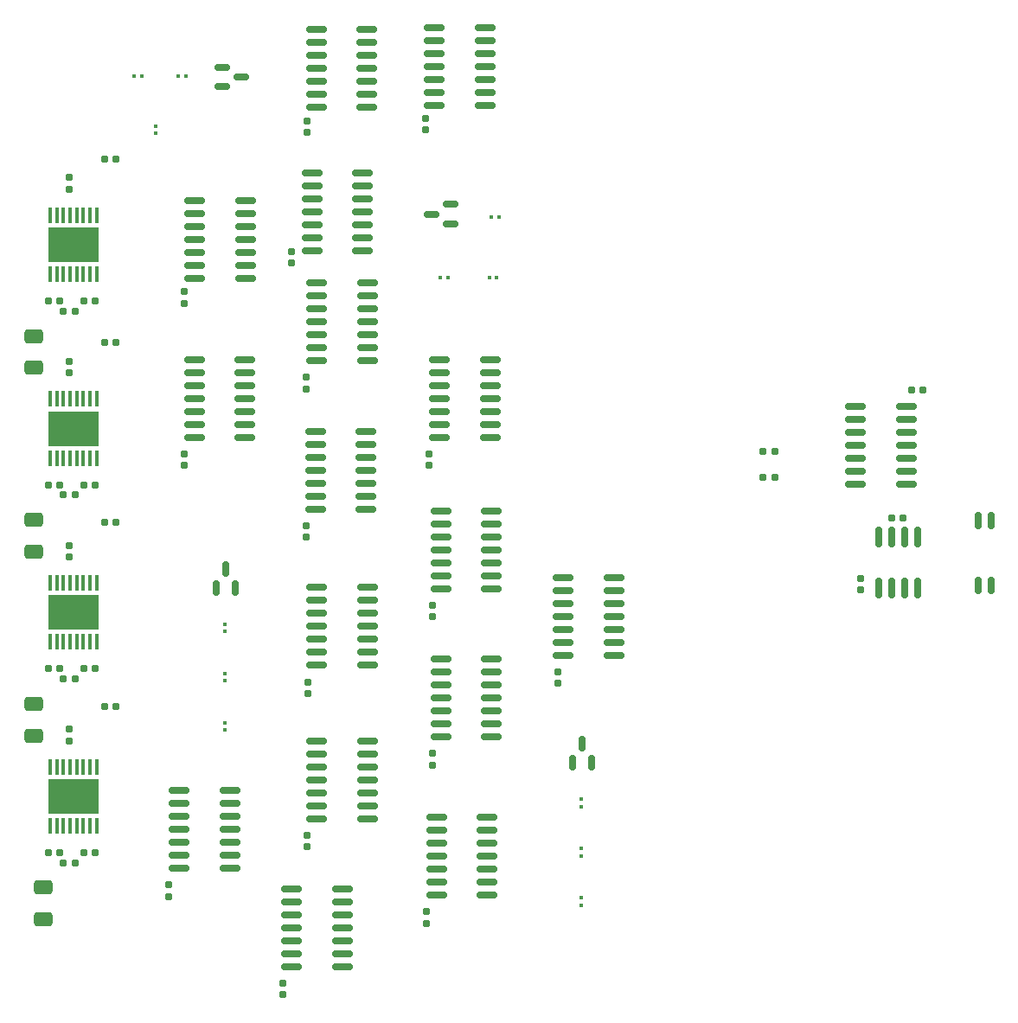
<source format=gbr>
%TF.GenerationSoftware,KiCad,Pcbnew,8.0.2*%
%TF.CreationDate,2024-05-09T00:32:42-05:00*%
%TF.ProjectId,LCC_Booster,4c43435f-426f-46f7-9374-65722e6b6963,rev?*%
%TF.SameCoordinates,Original*%
%TF.FileFunction,Paste,Top*%
%TF.FilePolarity,Positive*%
%FSLAX46Y46*%
G04 Gerber Fmt 4.6, Leading zero omitted, Abs format (unit mm)*
G04 Created by KiCad (PCBNEW 8.0.2) date 2024-05-09 00:32:42*
%MOMM*%
%LPD*%
G01*
G04 APERTURE LIST*
G04 Aperture macros list*
%AMRoundRect*
0 Rectangle with rounded corners*
0 $1 Rounding radius*
0 $2 $3 $4 $5 $6 $7 $8 $9 X,Y pos of 4 corners*
0 Add a 4 corners polygon primitive as box body*
4,1,4,$2,$3,$4,$5,$6,$7,$8,$9,$2,$3,0*
0 Add four circle primitives for the rounded corners*
1,1,$1+$1,$2,$3*
1,1,$1+$1,$4,$5*
1,1,$1+$1,$6,$7*
1,1,$1+$1,$8,$9*
0 Add four rect primitives between the rounded corners*
20,1,$1+$1,$2,$3,$4,$5,0*
20,1,$1+$1,$4,$5,$6,$7,0*
20,1,$1+$1,$6,$7,$8,$9,0*
20,1,$1+$1,$8,$9,$2,$3,0*%
G04 Aperture macros list end*
%ADD10C,0.000000*%
%ADD11RoundRect,0.155000X-0.212500X-0.155000X0.212500X-0.155000X0.212500X0.155000X-0.212500X0.155000X0*%
%ADD12RoundRect,0.155000X0.155000X-0.212500X0.155000X0.212500X-0.155000X0.212500X-0.155000X-0.212500X0*%
%ADD13RoundRect,0.150000X0.825000X0.150000X-0.825000X0.150000X-0.825000X-0.150000X0.825000X-0.150000X0*%
%ADD14RoundRect,0.155000X-0.155000X0.212500X-0.155000X-0.212500X0.155000X-0.212500X0.155000X0.212500X0*%
%ADD15RoundRect,0.155000X0.212500X0.155000X-0.212500X0.155000X-0.212500X-0.155000X0.212500X-0.155000X0*%
%ADD16RoundRect,0.250000X-0.650000X0.412500X-0.650000X-0.412500X0.650000X-0.412500X0.650000X0.412500X0*%
%ADD17RoundRect,0.067500X-0.137500X-0.067500X0.137500X-0.067500X0.137500X0.067500X-0.137500X0.067500X0*%
%ADD18RoundRect,0.067500X0.137500X0.067500X-0.137500X0.067500X-0.137500X-0.067500X0.137500X-0.067500X0*%
%ADD19RoundRect,0.067500X0.067500X-0.137500X0.067500X0.137500X-0.067500X0.137500X-0.067500X-0.137500X0*%
%ADD20RoundRect,0.150000X-0.150000X0.825000X-0.150000X-0.825000X0.150000X-0.825000X0.150000X0.825000X0*%
%ADD21R,0.449999X1.500000*%
%ADD22R,5.000000X3.400001*%
%ADD23RoundRect,0.067500X-0.067500X0.137500X-0.067500X-0.137500X0.067500X-0.137500X0.067500X0.137500X0*%
%ADD24RoundRect,0.150000X0.150000X-0.587500X0.150000X0.587500X-0.150000X0.587500X-0.150000X-0.587500X0*%
%ADD25RoundRect,0.150000X0.150000X-0.662500X0.150000X0.662500X-0.150000X0.662500X-0.150000X-0.662500X0*%
%ADD26RoundRect,0.150000X0.587500X0.150000X-0.587500X0.150000X-0.587500X-0.150000X0.587500X-0.150000X0*%
%ADD27RoundRect,0.150000X-0.587500X-0.150000X0.587500X-0.150000X0.587500X0.150000X-0.587500X0.150000X0*%
%ADD28RoundRect,0.150000X-0.825000X-0.150000X0.825000X-0.150000X0.825000X0.150000X-0.825000X0.150000X0*%
G04 APERTURE END LIST*
D10*
%TO.C,U21*%
G36*
X41155399Y-96520945D02*
G01*
X41164629Y-96523744D01*
X41173133Y-96528290D01*
X41180591Y-96534409D01*
X41186710Y-96541867D01*
X41191256Y-96550371D01*
X41194055Y-96559601D01*
X41195000Y-96569200D01*
X41195000Y-98930800D01*
X41194055Y-98940399D01*
X41191256Y-98949629D01*
X41186710Y-98958133D01*
X41180591Y-98965591D01*
X41173133Y-98971710D01*
X41164629Y-98976256D01*
X41155399Y-98979055D01*
X41145800Y-98980000D01*
X37694200Y-98980000D01*
X37684601Y-98979055D01*
X37675371Y-98976256D01*
X37666867Y-98971710D01*
X37659409Y-98965591D01*
X37653290Y-98958133D01*
X37648744Y-98949629D01*
X37645945Y-98940399D01*
X37645000Y-98930800D01*
X37645000Y-96569200D01*
X37645945Y-96559601D01*
X37648744Y-96550371D01*
X37653290Y-96541867D01*
X37659409Y-96534409D01*
X37666867Y-96528290D01*
X37675371Y-96523744D01*
X37684601Y-96520945D01*
X37694200Y-96520000D01*
X41145800Y-96520000D01*
X41155399Y-96520945D01*
G37*
%TO.C,U6*%
G36*
X41155399Y-42520945D02*
G01*
X41164629Y-42523744D01*
X41173133Y-42528290D01*
X41180591Y-42534409D01*
X41186710Y-42541867D01*
X41191256Y-42550371D01*
X41194055Y-42559601D01*
X41195000Y-42569200D01*
X41195000Y-44930800D01*
X41194055Y-44940399D01*
X41191256Y-44949629D01*
X41186710Y-44958133D01*
X41180591Y-44965591D01*
X41173133Y-44971710D01*
X41164629Y-44976256D01*
X41155399Y-44979055D01*
X41145800Y-44980000D01*
X37694200Y-44980000D01*
X37684601Y-44979055D01*
X37675371Y-44976256D01*
X37666867Y-44971710D01*
X37659409Y-44965591D01*
X37653290Y-44958133D01*
X37648744Y-44949629D01*
X37645945Y-44940399D01*
X37645000Y-44930800D01*
X37645000Y-42569200D01*
X37645945Y-42559601D01*
X37648744Y-42550371D01*
X37653290Y-42541867D01*
X37659409Y-42534409D01*
X37666867Y-42528290D01*
X37675371Y-42523744D01*
X37684601Y-42520945D01*
X37694200Y-42520000D01*
X41145800Y-42520000D01*
X41155399Y-42520945D01*
G37*
%TO.C,U16*%
G36*
X41155399Y-78520945D02*
G01*
X41164629Y-78523744D01*
X41173133Y-78528290D01*
X41180591Y-78534409D01*
X41186710Y-78541867D01*
X41191256Y-78550371D01*
X41194055Y-78559601D01*
X41195000Y-78569200D01*
X41195000Y-80930800D01*
X41194055Y-80940399D01*
X41191256Y-80949629D01*
X41186710Y-80958133D01*
X41180591Y-80965591D01*
X41173133Y-80971710D01*
X41164629Y-80976256D01*
X41155399Y-80979055D01*
X41145800Y-80980000D01*
X37694200Y-80980000D01*
X37684601Y-80979055D01*
X37675371Y-80976256D01*
X37666867Y-80971710D01*
X37659409Y-80965591D01*
X37653290Y-80958133D01*
X37648744Y-80949629D01*
X37645945Y-80940399D01*
X37645000Y-80930800D01*
X37645000Y-78569200D01*
X37645945Y-78559601D01*
X37648744Y-78550371D01*
X37653290Y-78541867D01*
X37659409Y-78534409D01*
X37666867Y-78528290D01*
X37675371Y-78523744D01*
X37684601Y-78520945D01*
X37694200Y-78520000D01*
X41145800Y-78520000D01*
X41155399Y-78520945D01*
G37*
%TO.C,U11*%
G36*
X41155399Y-60520945D02*
G01*
X41164629Y-60523744D01*
X41173133Y-60528290D01*
X41180591Y-60534409D01*
X41186710Y-60541867D01*
X41191256Y-60550371D01*
X41194055Y-60559601D01*
X41195000Y-60569200D01*
X41195000Y-62930800D01*
X41194055Y-62940399D01*
X41191256Y-62949629D01*
X41186710Y-62958133D01*
X41180591Y-62965591D01*
X41173133Y-62971710D01*
X41164629Y-62976256D01*
X41155399Y-62979055D01*
X41145800Y-62980000D01*
X37694200Y-62980000D01*
X37684601Y-62979055D01*
X37675371Y-62976256D01*
X37666867Y-62971710D01*
X37659409Y-62965591D01*
X37653290Y-62958133D01*
X37648744Y-62949629D01*
X37645945Y-62940399D01*
X37645000Y-62930800D01*
X37645000Y-60569200D01*
X37645945Y-60559601D01*
X37648744Y-60550371D01*
X37653290Y-60541867D01*
X37659409Y-60534409D01*
X37666867Y-60528290D01*
X37675371Y-60523744D01*
X37684601Y-60520945D01*
X37694200Y-60520000D01*
X41145800Y-60520000D01*
X41155399Y-60520945D01*
G37*
%TD*%
D11*
%TO.C,C40*%
X42432500Y-88950000D03*
X43567500Y-88950000D03*
%TD*%
D12*
%TO.C,C42*%
X116500000Y-77567500D03*
X116500000Y-76432500D03*
%TD*%
D13*
%TO.C,U4*%
X68150000Y-30310000D03*
X68150000Y-29040000D03*
X68150000Y-27770000D03*
X68150000Y-26500000D03*
X68150000Y-25230000D03*
X68150000Y-23960000D03*
X68150000Y-22690000D03*
X63200000Y-22690000D03*
X63200000Y-23960000D03*
X63200000Y-25230000D03*
X63200000Y-26500000D03*
X63200000Y-27770000D03*
X63200000Y-29040000D03*
X63200000Y-30310000D03*
%TD*%
D14*
%TO.C,C12*%
X74225000Y-64242500D03*
X74225000Y-65377500D03*
%TD*%
D15*
%TO.C,C20*%
X43567500Y-53350000D03*
X42432500Y-53350000D03*
%TD*%
D16*
%TO.C,C27*%
X36500000Y-106687500D03*
X36500000Y-109812500D03*
%TD*%
D12*
%TO.C,C21*%
X39000000Y-74317500D03*
X39000000Y-73182500D03*
%TD*%
D13*
%TO.C,U3*%
X67725000Y-44310000D03*
X67725000Y-43040000D03*
X67725000Y-41770000D03*
X67725000Y-40500000D03*
X67725000Y-39230000D03*
X67725000Y-37960000D03*
X67725000Y-36690000D03*
X62775000Y-36690000D03*
X62775000Y-37960000D03*
X62775000Y-39230000D03*
X62775000Y-40500000D03*
X62775000Y-41770000D03*
X62775000Y-43040000D03*
X62775000Y-44310000D03*
%TD*%
%TO.C,U7*%
X80200000Y-62620000D03*
X80200000Y-61350000D03*
X80200000Y-60080000D03*
X80200000Y-58810000D03*
X80200000Y-57540000D03*
X80200000Y-56270000D03*
X80200000Y-55000000D03*
X75250000Y-55000000D03*
X75250000Y-56270000D03*
X75250000Y-57540000D03*
X75250000Y-58810000D03*
X75250000Y-60080000D03*
X75250000Y-61350000D03*
X75250000Y-62620000D03*
%TD*%
D17*
%TO.C,R2*%
X45387500Y-27250000D03*
X46112500Y-27250000D03*
%TD*%
D16*
%TO.C,C17*%
X35500000Y-70687500D03*
X35500000Y-73812500D03*
%TD*%
D18*
%TO.C,R4*%
X81052500Y-41000000D03*
X80327500Y-41000000D03*
%TD*%
D11*
%TO.C,C43*%
X119500000Y-70500000D03*
X120635000Y-70500000D03*
%TD*%
D19*
%TO.C,R7*%
X54250000Y-91257500D03*
X54250000Y-90532500D03*
%TD*%
D20*
%TO.C,U23*%
X122060000Y-72385300D03*
X120790000Y-72385300D03*
X119520000Y-72385300D03*
X118250000Y-72385300D03*
X118250000Y-77335300D03*
X119520000Y-77335300D03*
X120790000Y-77335300D03*
X122060000Y-77335300D03*
%TD*%
D14*
%TO.C,C13*%
X62225000Y-71242500D03*
X62225000Y-72377500D03*
%TD*%
D21*
%TO.C,U21*%
X41694999Y-94850001D03*
X41044998Y-94850001D03*
X40394999Y-94850001D03*
X39744998Y-94850001D03*
X39094999Y-94850001D03*
X38444998Y-94850001D03*
X37794999Y-94850001D03*
X37144998Y-94850001D03*
X37144998Y-100649999D03*
X37794999Y-100649999D03*
X38444998Y-100649999D03*
X39094999Y-100649999D03*
X39744998Y-100649999D03*
X40394999Y-100649999D03*
X41044998Y-100649999D03*
X41694999Y-100649999D03*
D22*
X39420000Y-97750000D03*
%TD*%
D11*
%TO.C,C9*%
X40432500Y-49250000D03*
X41567500Y-49250000D03*
%TD*%
D14*
%TO.C,C4*%
X62250000Y-31622500D03*
X62250000Y-32757500D03*
%TD*%
D21*
%TO.C,U6*%
X41694999Y-40850001D03*
X41044998Y-40850001D03*
X40394999Y-40850001D03*
X39744998Y-40850001D03*
X39094999Y-40850001D03*
X38444998Y-40850001D03*
X37794999Y-40850001D03*
X37144998Y-40850001D03*
X37144998Y-46649999D03*
X37794999Y-46649999D03*
X38444998Y-46649999D03*
X39094999Y-46649999D03*
X39744998Y-46649999D03*
X40394999Y-46649999D03*
X41044998Y-46649999D03*
X41694999Y-46649999D03*
D22*
X39420000Y-43750000D03*
%TD*%
D15*
%TO.C,C28*%
X38067500Y-85250000D03*
X36932500Y-85250000D03*
%TD*%
D13*
%TO.C,U9*%
X68200000Y-55120000D03*
X68200000Y-53850000D03*
X68200000Y-52580000D03*
X68200000Y-51310000D03*
X68200000Y-50040000D03*
X68200000Y-48770000D03*
X68200000Y-47500000D03*
X63250000Y-47500000D03*
X63250000Y-48770000D03*
X63250000Y-50040000D03*
X63250000Y-51310000D03*
X63250000Y-52580000D03*
X63250000Y-53850000D03*
X63250000Y-55120000D03*
%TD*%
D18*
%TO.C,R6*%
X76052500Y-47000000D03*
X75327500Y-47000000D03*
%TD*%
D23*
%TO.C,R1*%
X47500000Y-32137500D03*
X47500000Y-32862500D03*
%TD*%
D13*
%TO.C,U19*%
X68190000Y-99940000D03*
X68190000Y-98670000D03*
X68190000Y-97400000D03*
X68190000Y-96130000D03*
X68190000Y-94860000D03*
X68190000Y-93590000D03*
X68190000Y-92320000D03*
X63240000Y-92320000D03*
X63240000Y-93590000D03*
X63240000Y-94860000D03*
X63240000Y-96130000D03*
X63240000Y-97400000D03*
X63240000Y-98670000D03*
X63240000Y-99940000D03*
%TD*%
D24*
%TO.C,Q4*%
X88259900Y-94500000D03*
X90159900Y-94500000D03*
X89209900Y-92625000D03*
%TD*%
D19*
%TO.C,R9*%
X54250000Y-81637500D03*
X54250000Y-80912500D03*
%TD*%
D11*
%TO.C,C30*%
X42432500Y-70950000D03*
X43567500Y-70950000D03*
%TD*%
D15*
%TO.C,C41*%
X122567500Y-58000000D03*
X121432500Y-58000000D03*
%TD*%
D13*
%TO.C,U10*%
X56200000Y-62620000D03*
X56200000Y-61350000D03*
X56200000Y-60080000D03*
X56200000Y-58810000D03*
X56200000Y-57540000D03*
X56200000Y-56270000D03*
X56200000Y-55000000D03*
X51250000Y-55000000D03*
X51250000Y-56270000D03*
X51250000Y-57540000D03*
X51250000Y-58810000D03*
X51250000Y-60080000D03*
X51250000Y-61350000D03*
X51250000Y-62620000D03*
%TD*%
D14*
%TO.C,C15*%
X50250000Y-64242500D03*
X50250000Y-65377500D03*
%TD*%
%TO.C,C24*%
X74545000Y-79062500D03*
X74545000Y-80197500D03*
%TD*%
D11*
%TO.C,C6*%
X38432500Y-50250000D03*
X39567500Y-50250000D03*
%TD*%
D19*
%TO.C,R10*%
X89122400Y-108395000D03*
X89122400Y-107670000D03*
%TD*%
D11*
%TO.C,C45*%
X106932500Y-66500000D03*
X108067500Y-66500000D03*
%TD*%
D19*
%TO.C,R12*%
X89122400Y-98775000D03*
X89122400Y-98050000D03*
%TD*%
D13*
%TO.C,U8*%
X68075000Y-69620000D03*
X68075000Y-68350000D03*
X68075000Y-67080000D03*
X68075000Y-65810000D03*
X68075000Y-64540000D03*
X68075000Y-63270000D03*
X68075000Y-62000000D03*
X63125000Y-62000000D03*
X63125000Y-63270000D03*
X63125000Y-64540000D03*
X63125000Y-65810000D03*
X63125000Y-67080000D03*
X63125000Y-68350000D03*
X63125000Y-69620000D03*
%TD*%
D17*
%TO.C,R3*%
X49672500Y-27250000D03*
X50397500Y-27250000D03*
%TD*%
D18*
%TO.C,R5*%
X80862500Y-47000000D03*
X80137500Y-47000000D03*
%TD*%
D13*
%TO.C,U14*%
X80325000Y-77440000D03*
X80325000Y-76170000D03*
X80325000Y-74900000D03*
X80325000Y-73630000D03*
X80325000Y-72360000D03*
X80325000Y-71090000D03*
X80325000Y-69820000D03*
X75375000Y-69820000D03*
X75375000Y-71090000D03*
X75375000Y-72360000D03*
X75375000Y-73630000D03*
X75375000Y-74900000D03*
X75375000Y-76170000D03*
X75375000Y-77440000D03*
%TD*%
D16*
%TO.C,C37*%
X35500000Y-88687500D03*
X35500000Y-91812500D03*
%TD*%
D13*
%TO.C,U15*%
X68180000Y-84940000D03*
X68180000Y-83670000D03*
X68180000Y-82400000D03*
X68180000Y-81130000D03*
X68180000Y-79860000D03*
X68180000Y-78590000D03*
X68180000Y-77320000D03*
X63230000Y-77320000D03*
X63230000Y-78590000D03*
X63230000Y-79860000D03*
X63230000Y-81130000D03*
X63230000Y-82400000D03*
X63230000Y-83670000D03*
X63230000Y-84940000D03*
%TD*%
D25*
%TO.C,U1*%
X127975000Y-77107500D03*
X129245000Y-77107500D03*
X129245000Y-70732500D03*
X127975000Y-70732500D03*
%TD*%
D16*
%TO.C,C7*%
X35500000Y-52687500D03*
X35500000Y-55812500D03*
%TD*%
D11*
%TO.C,C29*%
X40432500Y-85250000D03*
X41567500Y-85250000D03*
%TD*%
%TO.C,C36*%
X38432500Y-104250000D03*
X39567500Y-104250000D03*
%TD*%
D14*
%TO.C,C2*%
X73900000Y-31392500D03*
X73900000Y-32527500D03*
%TD*%
D12*
%TO.C,C31*%
X39000000Y-92317500D03*
X39000000Y-91182500D03*
%TD*%
%TO.C,C11*%
X39000000Y-56317500D03*
X39000000Y-55182500D03*
%TD*%
%TO.C,C1*%
X39000000Y-38317500D03*
X39000000Y-37182500D03*
%TD*%
D26*
%TO.C,Q2*%
X76377500Y-41700000D03*
X76377500Y-39800000D03*
X74502500Y-40750000D03*
%TD*%
D14*
%TO.C,C23*%
X74595000Y-93562500D03*
X74595000Y-94697500D03*
%TD*%
D13*
%TO.C,U12*%
X92325000Y-83940000D03*
X92325000Y-82670000D03*
X92325000Y-81400000D03*
X92325000Y-80130000D03*
X92325000Y-78860000D03*
X92325000Y-77590000D03*
X92325000Y-76320000D03*
X87375000Y-76320000D03*
X87375000Y-77590000D03*
X87375000Y-78860000D03*
X87375000Y-80130000D03*
X87375000Y-81400000D03*
X87375000Y-82670000D03*
X87375000Y-83940000D03*
%TD*%
D11*
%TO.C,C39*%
X40432500Y-103250000D03*
X41567500Y-103250000D03*
%TD*%
D21*
%TO.C,U16*%
X41694999Y-76850001D03*
X41044998Y-76850001D03*
X40394999Y-76850001D03*
X39744998Y-76850001D03*
X39094999Y-76850001D03*
X38444998Y-76850001D03*
X37794999Y-76850001D03*
X37144998Y-76850001D03*
X37144998Y-82649999D03*
X37794999Y-82649999D03*
X38444998Y-82649999D03*
X39094999Y-82649999D03*
X39744998Y-82649999D03*
X40394999Y-82649999D03*
X41044998Y-82649999D03*
X41694999Y-82649999D03*
D22*
X39420000Y-79750000D03*
%TD*%
D14*
%TO.C,C5*%
X50300000Y-48332500D03*
X50300000Y-49467500D03*
%TD*%
D13*
%TO.C,U13*%
X80325000Y-91940000D03*
X80325000Y-90670000D03*
X80325000Y-89400000D03*
X80325000Y-88130000D03*
X80325000Y-86860000D03*
X80325000Y-85590000D03*
X80325000Y-84320000D03*
X75375000Y-84320000D03*
X75375000Y-85590000D03*
X75375000Y-86860000D03*
X75375000Y-88130000D03*
X75375000Y-89400000D03*
X75375000Y-90670000D03*
X75375000Y-91940000D03*
%TD*%
%TO.C,U18*%
X65725000Y-114440000D03*
X65725000Y-113170000D03*
X65725000Y-111900000D03*
X65725000Y-110630000D03*
X65725000Y-109360000D03*
X65725000Y-108090000D03*
X65725000Y-106820000D03*
X60775000Y-106820000D03*
X60775000Y-108090000D03*
X60775000Y-109360000D03*
X60775000Y-110630000D03*
X60775000Y-111900000D03*
X60775000Y-113170000D03*
X60775000Y-114440000D03*
%TD*%
D14*
%TO.C,C34*%
X62290000Y-101562500D03*
X62290000Y-102697500D03*
%TD*%
D11*
%TO.C,C26*%
X38432500Y-86250000D03*
X39567500Y-86250000D03*
%TD*%
D14*
%TO.C,C33*%
X59875000Y-116062500D03*
X59875000Y-117197500D03*
%TD*%
D11*
%TO.C,C44*%
X106932500Y-64000000D03*
X108067500Y-64000000D03*
%TD*%
D14*
%TO.C,C22*%
X86850000Y-85562500D03*
X86850000Y-86697500D03*
%TD*%
D13*
%TO.C,U20*%
X54725000Y-104810000D03*
X54725000Y-103540000D03*
X54725000Y-102270000D03*
X54725000Y-101000000D03*
X54725000Y-99730000D03*
X54725000Y-98460000D03*
X54725000Y-97190000D03*
X49775000Y-97190000D03*
X49775000Y-98460000D03*
X49775000Y-99730000D03*
X49775000Y-101000000D03*
X49775000Y-102270000D03*
X49775000Y-103540000D03*
X49775000Y-104810000D03*
%TD*%
D19*
%TO.C,R8*%
X54250000Y-86447500D03*
X54250000Y-85722500D03*
%TD*%
D15*
%TO.C,C18*%
X38067500Y-67250000D03*
X36932500Y-67250000D03*
%TD*%
D14*
%TO.C,C3*%
X60750000Y-44432500D03*
X60750000Y-45567500D03*
%TD*%
%TO.C,C25*%
X62350000Y-86562500D03*
X62350000Y-87697500D03*
%TD*%
D13*
%TO.C,U17*%
X79900000Y-107440000D03*
X79900000Y-106170000D03*
X79900000Y-104900000D03*
X79900000Y-103630000D03*
X79900000Y-102360000D03*
X79900000Y-101090000D03*
X79900000Y-99820000D03*
X74950000Y-99820000D03*
X74950000Y-101090000D03*
X74950000Y-102360000D03*
X74950000Y-103630000D03*
X74950000Y-104900000D03*
X74950000Y-106170000D03*
X74950000Y-107440000D03*
%TD*%
D15*
%TO.C,C38*%
X38067500Y-103250000D03*
X36932500Y-103250000D03*
%TD*%
%TO.C,C8*%
X38067500Y-49250000D03*
X36932500Y-49250000D03*
%TD*%
D24*
%TO.C,Q3*%
X53387500Y-77362500D03*
X55287500Y-77362500D03*
X54337500Y-75487500D03*
%TD*%
D27*
%TO.C,Q1*%
X53947500Y-26387500D03*
X53947500Y-28287500D03*
X55822500Y-27337500D03*
%TD*%
D19*
%TO.C,R11*%
X89122400Y-103585000D03*
X89122400Y-102860000D03*
%TD*%
D13*
%TO.C,U2*%
X79700000Y-30080000D03*
X79700000Y-28810000D03*
X79700000Y-27540000D03*
X79700000Y-26270000D03*
X79700000Y-25000000D03*
X79700000Y-23730000D03*
X79700000Y-22460000D03*
X74750000Y-22460000D03*
X74750000Y-23730000D03*
X74750000Y-25000000D03*
X74750000Y-26270000D03*
X74750000Y-27540000D03*
X74750000Y-28810000D03*
X74750000Y-30080000D03*
%TD*%
D14*
%TO.C,C35*%
X48775000Y-106432500D03*
X48775000Y-107567500D03*
%TD*%
%TO.C,C32*%
X73950000Y-109062500D03*
X73950000Y-110197500D03*
%TD*%
%TO.C,C14*%
X62225000Y-56742500D03*
X62225000Y-57877500D03*
%TD*%
D28*
%TO.C,U22*%
X115972258Y-59593332D03*
X115972258Y-60863332D03*
X115972258Y-62133332D03*
X115972258Y-63403332D03*
X115972258Y-64673332D03*
X115972258Y-65943332D03*
X115972258Y-67213332D03*
X120922258Y-67213332D03*
X120922258Y-65943332D03*
X120922258Y-64673332D03*
X120922258Y-63403332D03*
X120922258Y-62133332D03*
X120922258Y-60863332D03*
X120922258Y-59593332D03*
%TD*%
D11*
%TO.C,C10*%
X42432500Y-35350000D03*
X43567500Y-35350000D03*
%TD*%
D21*
%TO.C,U11*%
X41694999Y-58850001D03*
X41044998Y-58850001D03*
X40394999Y-58850001D03*
X39744998Y-58850001D03*
X39094999Y-58850001D03*
X38444998Y-58850001D03*
X37794999Y-58850001D03*
X37144998Y-58850001D03*
X37144998Y-64649999D03*
X37794999Y-64649999D03*
X38444998Y-64649999D03*
X39094999Y-64649999D03*
X39744998Y-64649999D03*
X40394999Y-64649999D03*
X41044998Y-64649999D03*
X41694999Y-64649999D03*
D22*
X39420000Y-61750000D03*
%TD*%
D11*
%TO.C,C19*%
X40432500Y-67250000D03*
X41567500Y-67250000D03*
%TD*%
%TO.C,C16*%
X38432500Y-68250000D03*
X39567500Y-68250000D03*
%TD*%
D13*
%TO.C,U5*%
X56250000Y-47020000D03*
X56250000Y-45750000D03*
X56250000Y-44480000D03*
X56250000Y-43210000D03*
X56250000Y-41940000D03*
X56250000Y-40670000D03*
X56250000Y-39400000D03*
X51300000Y-39400000D03*
X51300000Y-40670000D03*
X51300000Y-41940000D03*
X51300000Y-43210000D03*
X51300000Y-44480000D03*
X51300000Y-45750000D03*
X51300000Y-47020000D03*
%TD*%
M02*

</source>
